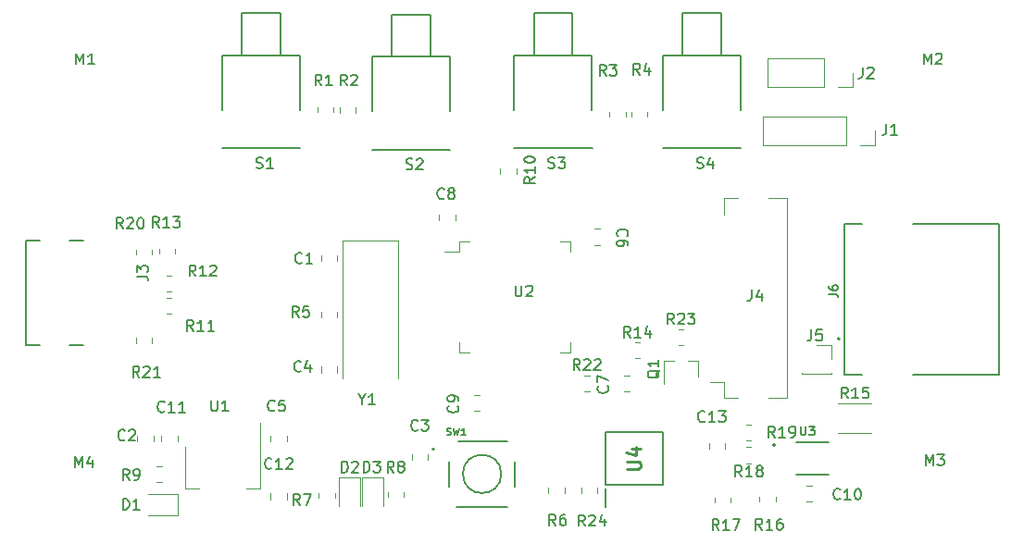
<source format=gbr>
%TF.GenerationSoftware,KiCad,Pcbnew,(5.1.10)-1*%
%TF.CreationDate,2022-05-21T22:50:28+08:00*%
%TF.ProjectId,stm32f103,73746d33-3266-4313-9033-2e6b69636164,rev?*%
%TF.SameCoordinates,Original*%
%TF.FileFunction,Legend,Top*%
%TF.FilePolarity,Positive*%
%FSLAX46Y46*%
G04 Gerber Fmt 4.6, Leading zero omitted, Abs format (unit mm)*
G04 Created by KiCad (PCBNEW (5.1.10)-1) date 2022-05-21 22:50:28*
%MOMM*%
%LPD*%
G01*
G04 APERTURE LIST*
%ADD10C,0.200000*%
%ADD11C,0.127000*%
%ADD12C,0.120000*%
%ADD13C,0.254000*%
%ADD14C,0.150000*%
G04 APERTURE END LIST*
D10*
%TO.C,U4*%
X166425000Y-117725000D02*
X166425000Y-116075000D01*
X171645000Y-115725000D02*
X166365000Y-115725000D01*
X171645000Y-110875000D02*
X171645000Y-115725000D01*
X166365000Y-110875000D02*
X171645000Y-110875000D01*
X166365000Y-115725000D02*
X166365000Y-110875000D01*
D11*
%TO.C,SW1*%
X152900000Y-111705000D02*
X157400000Y-111705000D01*
X158100000Y-113550000D02*
X158100000Y-115850000D01*
X157400000Y-117695000D02*
X152800000Y-117695000D01*
X152105000Y-113550000D02*
X152105000Y-115850000D01*
X156855000Y-114700000D02*
G75*
G03*
X156855000Y-114700000I-1755000J0D01*
G01*
D10*
X150755000Y-112450000D02*
G75*
G03*
X150755000Y-112450000I-100000J0D01*
G01*
D11*
%TO.C,S4*%
X178755000Y-76405000D02*
X178755000Y-81385000D01*
X171645000Y-81400000D02*
X171645000Y-76405000D01*
X173445000Y-72550000D02*
X173445000Y-76405000D01*
X176955000Y-72550000D02*
X173445000Y-72550000D01*
X176955000Y-76405000D02*
X176955000Y-72550000D01*
X176955000Y-76405000D02*
X178755000Y-76405000D01*
X173445000Y-76405000D02*
X176955000Y-76405000D01*
X171645000Y-76405000D02*
X173445000Y-76405000D01*
X178780000Y-84910000D02*
X171620000Y-84910000D01*
%TO.C,S3*%
X165155000Y-76405000D02*
X165155000Y-81385000D01*
X158045000Y-81400000D02*
X158045000Y-76405000D01*
X159845000Y-72550000D02*
X159845000Y-76405000D01*
X163355000Y-72550000D02*
X159845000Y-72550000D01*
X163355000Y-76405000D02*
X163355000Y-72550000D01*
X163355000Y-76405000D02*
X165155000Y-76405000D01*
X159845000Y-76405000D02*
X163355000Y-76405000D01*
X158045000Y-76405000D02*
X159845000Y-76405000D01*
X165180000Y-84910000D02*
X158020000Y-84910000D01*
%TO.C,S2*%
X152155000Y-76505000D02*
X152155000Y-81485000D01*
X145045000Y-81500000D02*
X145045000Y-76505000D01*
X146845000Y-72650000D02*
X146845000Y-76505000D01*
X150355000Y-72650000D02*
X146845000Y-72650000D01*
X150355000Y-76505000D02*
X150355000Y-72650000D01*
X150355000Y-76505000D02*
X152155000Y-76505000D01*
X146845000Y-76505000D02*
X150355000Y-76505000D01*
X145045000Y-76505000D02*
X146845000Y-76505000D01*
X152180000Y-85010000D02*
X145020000Y-85010000D01*
%TO.C,S1*%
X138455000Y-76405000D02*
X138455000Y-81385000D01*
X131345000Y-81400000D02*
X131345000Y-76405000D01*
X133145000Y-72550000D02*
X133145000Y-76405000D01*
X136655000Y-72550000D02*
X133145000Y-72550000D01*
X136655000Y-76405000D02*
X136655000Y-72550000D01*
X136655000Y-76405000D02*
X138455000Y-76405000D01*
X133145000Y-76405000D02*
X136655000Y-76405000D01*
X131345000Y-76405000D02*
X133145000Y-76405000D01*
X138480000Y-84910000D02*
X131320000Y-84910000D01*
%TO.C,U3*%
X183800000Y-114800000D02*
X186800000Y-114800000D01*
X183800000Y-111800000D02*
X186800000Y-111800000D01*
D10*
X181900000Y-112050000D02*
G75*
G03*
X181900000Y-112050000I-100000J0D01*
G01*
%TO.C,J3*%
X118600000Y-102910000D02*
X117350000Y-102910000D01*
X118600000Y-93330000D02*
X117350000Y-93330000D01*
X113350000Y-102910000D02*
X114630000Y-102910000D01*
X113350000Y-93330000D02*
X113350000Y-102910000D01*
X114630000Y-93330000D02*
X113350000Y-93330000D01*
%TO.C,J6*%
X194470000Y-91850000D02*
X202380000Y-91850000D01*
X188220000Y-91850000D02*
X189880000Y-91850000D01*
X194470000Y-105650000D02*
X202380000Y-105650000D01*
X188220000Y-105650000D02*
X189880000Y-105650000D01*
X202380000Y-105650000D02*
X202380000Y-91850000D01*
X188220000Y-91850000D02*
X188220000Y-105650000D01*
X187800000Y-102350000D02*
G75*
G03*
X187800000Y-102350000I-100000J0D01*
G01*
D12*
%TO.C,R15*%
X187672936Y-110960000D02*
X190727064Y-110960000D01*
X187672936Y-108240000D02*
X190727064Y-108240000D01*
%TO.C,Q1*%
X174880000Y-104340000D02*
X173950000Y-104340000D01*
X171720000Y-104340000D02*
X172650000Y-104340000D01*
X171720000Y-104340000D02*
X171720000Y-106500000D01*
X174880000Y-104340000D02*
X174880000Y-105800000D01*
%TO.C,J5*%
X184370000Y-105530000D02*
X187030000Y-105530000D01*
X184370000Y-105410000D02*
X184370000Y-105530000D01*
X187030000Y-105410000D02*
X187030000Y-105530000D01*
X187030000Y-102870000D02*
X187030000Y-104200000D01*
X185700000Y-102870000D02*
X187030000Y-102870000D01*
%TO.C,U2*%
X152990000Y-94340000D02*
X151650000Y-94340000D01*
X152990000Y-93390000D02*
X152990000Y-94340000D01*
X153940000Y-93390000D02*
X152990000Y-93390000D01*
X163210000Y-93390000D02*
X163210000Y-94340000D01*
X162260000Y-93390000D02*
X163210000Y-93390000D01*
X152990000Y-103610000D02*
X152990000Y-102660000D01*
X153940000Y-103610000D02*
X152990000Y-103610000D01*
X163210000Y-103610000D02*
X163210000Y-102660000D01*
X162260000Y-103610000D02*
X163210000Y-103610000D01*
%TO.C,J4*%
X177200000Y-106260000D02*
X176000000Y-106260000D01*
X183000000Y-89450000D02*
X181260000Y-89450000D01*
X183000000Y-107750000D02*
X183000000Y-89450000D01*
X181260000Y-107750000D02*
X183000000Y-107750000D01*
X177200000Y-89450000D02*
X178540000Y-89450000D01*
X177200000Y-90940000D02*
X177200000Y-89450000D01*
X177200000Y-107750000D02*
X178540000Y-107750000D01*
X177200000Y-106260000D02*
X177200000Y-107750000D01*
%TO.C,R11*%
X126714564Y-100035000D02*
X126260436Y-100035000D01*
X126714564Y-98565000D02*
X126260436Y-98565000D01*
%TO.C,R12*%
X126714564Y-98035000D02*
X126260436Y-98035000D01*
X126714564Y-96565000D02*
X126260436Y-96565000D01*
%TO.C,D3*%
X144140000Y-114977500D02*
X144140000Y-117662500D01*
X146060000Y-114977500D02*
X144140000Y-114977500D01*
X146060000Y-117662500D02*
X146060000Y-114977500D01*
%TO.C,C1*%
X141835000Y-95211252D02*
X141835000Y-94688748D01*
X140365000Y-95211252D02*
X140365000Y-94688748D01*
%TO.C,C2*%
X125035000Y-111188748D02*
X125035000Y-111711252D01*
X123565000Y-111188748D02*
X123565000Y-111711252D01*
%TO.C,C3*%
X150135000Y-112888748D02*
X150135000Y-113411252D01*
X148665000Y-112888748D02*
X148665000Y-113411252D01*
%TO.C,C4*%
X141835000Y-104888748D02*
X141835000Y-105411252D01*
X140365000Y-104888748D02*
X140365000Y-105411252D01*
%TO.C,C5*%
X137235000Y-111711252D02*
X137235000Y-111188748D01*
X135765000Y-111711252D02*
X135765000Y-111188748D01*
%TO.C,C6*%
X165388748Y-92265000D02*
X165911252Y-92265000D01*
X165388748Y-93735000D02*
X165911252Y-93735000D01*
%TO.C,C7*%
X168611252Y-105665000D02*
X168088748Y-105665000D01*
X168611252Y-107135000D02*
X168088748Y-107135000D01*
%TO.C,C8*%
X151165000Y-91511252D02*
X151165000Y-90988748D01*
X152635000Y-91511252D02*
X152635000Y-90988748D01*
%TO.C,C9*%
X154911252Y-107465000D02*
X154388748Y-107465000D01*
X154911252Y-108935000D02*
X154388748Y-108935000D01*
%TO.C,C10*%
X185311252Y-115765000D02*
X184788748Y-115765000D01*
X185311252Y-117235000D02*
X184788748Y-117235000D01*
%TO.C,C11*%
X125765000Y-111188748D02*
X125765000Y-111711252D01*
X127235000Y-111188748D02*
X127235000Y-111711252D01*
%TO.C,C12*%
X135765000Y-117011252D02*
X135765000Y-116488748D01*
X137235000Y-117011252D02*
X137235000Y-116488748D01*
%TO.C,C13*%
X175865000Y-112411252D02*
X175865000Y-111888748D01*
X177335000Y-112411252D02*
X177335000Y-111888748D01*
%TO.C,D1*%
X124562500Y-118460000D02*
X127247500Y-118460000D01*
X127247500Y-118460000D02*
X127247500Y-116540000D01*
X127247500Y-116540000D02*
X124562500Y-116540000D01*
%TO.C,D2*%
X143960000Y-117662500D02*
X143960000Y-114977500D01*
X143960000Y-114977500D02*
X142040000Y-114977500D01*
X142040000Y-114977500D02*
X142040000Y-117662500D01*
%TO.C,J1*%
X188430000Y-81970000D02*
X188430000Y-84630000D01*
X188430000Y-81970000D02*
X180750000Y-81970000D01*
X180750000Y-81970000D02*
X180750000Y-84630000D01*
X188430000Y-84630000D02*
X180750000Y-84630000D01*
X191030000Y-84630000D02*
X189700000Y-84630000D01*
X191030000Y-83300000D02*
X191030000Y-84630000D01*
%TO.C,J2*%
X186370000Y-76670000D02*
X186370000Y-79330000D01*
X186370000Y-76670000D02*
X181230000Y-76670000D01*
X181230000Y-76670000D02*
X181230000Y-79330000D01*
X186370000Y-79330000D02*
X181230000Y-79330000D01*
X188970000Y-79330000D02*
X187640000Y-79330000D01*
X188970000Y-78000000D02*
X188970000Y-79330000D01*
%TO.C,R1*%
X141535000Y-81160436D02*
X141535000Y-81614564D01*
X140065000Y-81160436D02*
X140065000Y-81614564D01*
%TO.C,R2*%
X142065000Y-81185436D02*
X142065000Y-81639564D01*
X143535000Y-81185436D02*
X143535000Y-81639564D01*
%TO.C,R3*%
X168235000Y-81560436D02*
X168235000Y-82014564D01*
X166765000Y-81560436D02*
X166765000Y-82014564D01*
%TO.C,R4*%
X168765000Y-81560436D02*
X168765000Y-82014564D01*
X170235000Y-81560436D02*
X170235000Y-82014564D01*
%TO.C,R5*%
X140365000Y-100339564D02*
X140365000Y-99885436D01*
X141835000Y-100339564D02*
X141835000Y-99885436D01*
%TO.C,R6*%
X161165000Y-116439564D02*
X161165000Y-115985436D01*
X162635000Y-116439564D02*
X162635000Y-115985436D01*
%TO.C,R7*%
X140165000Y-116914564D02*
X140165000Y-116460436D01*
X141635000Y-116914564D02*
X141635000Y-116460436D01*
%TO.C,R8*%
X147935000Y-116827064D02*
X147935000Y-116372936D01*
X146465000Y-116827064D02*
X146465000Y-116372936D01*
%TO.C,R9*%
X125814564Y-113965000D02*
X125360436Y-113965000D01*
X125814564Y-115435000D02*
X125360436Y-115435000D01*
%TO.C,R10*%
X158235000Y-87214564D02*
X158235000Y-86760436D01*
X156765000Y-87214564D02*
X156765000Y-86760436D01*
%TO.C,R13*%
X125565000Y-94085436D02*
X125565000Y-94539564D01*
X127035000Y-94085436D02*
X127035000Y-94539564D01*
%TO.C,R16*%
X181935000Y-117214564D02*
X181935000Y-116760436D01*
X180465000Y-117214564D02*
X180465000Y-116760436D01*
%TO.C,R17*%
X176365000Y-117314564D02*
X176365000Y-116860436D01*
X177835000Y-117314564D02*
X177835000Y-116860436D01*
%TO.C,R18*%
X179260436Y-113735000D02*
X179714564Y-113735000D01*
X179260436Y-112265000D02*
X179714564Y-112265000D01*
%TO.C,R19*%
X179260436Y-110165000D02*
X179714564Y-110165000D01*
X179260436Y-111635000D02*
X179714564Y-111635000D01*
%TO.C,R20*%
X124935000Y-94614564D02*
X124935000Y-94160436D01*
X123465000Y-94614564D02*
X123465000Y-94160436D01*
%TO.C,R21*%
X123465000Y-102714564D02*
X123465000Y-102260436D01*
X124935000Y-102714564D02*
X124935000Y-102260436D01*
%TO.C,R24*%
X164165000Y-115985436D02*
X164165000Y-116439564D01*
X165635000Y-115985436D02*
X165635000Y-116439564D01*
%TO.C,U1*%
X127990000Y-116010000D02*
X129250000Y-116010000D01*
X134810000Y-116010000D02*
X133550000Y-116010000D01*
X127990000Y-112250000D02*
X127990000Y-116010000D01*
X134810000Y-110000000D02*
X134810000Y-116010000D01*
%TO.C,Y1*%
X147450000Y-105950000D02*
X147450000Y-93350000D01*
X147450000Y-93350000D02*
X142350000Y-93350000D01*
X142350000Y-93350000D02*
X142350000Y-105950000D01*
%TO.C,R14*%
X169085436Y-104135000D02*
X169539564Y-104135000D01*
X169085436Y-102665000D02*
X169539564Y-102665000D01*
%TO.C,R22*%
X164460436Y-105665000D02*
X164914564Y-105665000D01*
X164460436Y-107135000D02*
X164914564Y-107135000D01*
%TO.C,R23*%
X173060436Y-101465000D02*
X173514564Y-101465000D01*
X173060436Y-102935000D02*
X173514564Y-102935000D01*
%TO.C,U4*%
D13*
X168309523Y-114267619D02*
X169337619Y-114267619D01*
X169458571Y-114207142D01*
X169519047Y-114146666D01*
X169579523Y-114025714D01*
X169579523Y-113783809D01*
X169519047Y-113662857D01*
X169458571Y-113602380D01*
X169337619Y-113541904D01*
X168309523Y-113541904D01*
X168732857Y-112392857D02*
X169579523Y-112392857D01*
X168249047Y-112695238D02*
X169156190Y-112997619D01*
X169156190Y-112211428D01*
%TO.C,SW1*%
D14*
X151896442Y-111110862D02*
X151986534Y-111140892D01*
X152136687Y-111140892D01*
X152196748Y-111110862D01*
X152226779Y-111080831D01*
X152256810Y-111020770D01*
X152256810Y-110960709D01*
X152226779Y-110900647D01*
X152196748Y-110870617D01*
X152136687Y-110840586D01*
X152016565Y-110810556D01*
X151956503Y-110780525D01*
X151926473Y-110750494D01*
X151896442Y-110690433D01*
X151896442Y-110630372D01*
X151926473Y-110570311D01*
X151956503Y-110540280D01*
X152016565Y-110510249D01*
X152166718Y-110510249D01*
X152256810Y-110540280D01*
X152467024Y-110510249D02*
X152617177Y-111140892D01*
X152737300Y-110690433D01*
X152857422Y-111140892D01*
X153007575Y-110510249D01*
X153578157Y-111140892D02*
X153217789Y-111140892D01*
X153397973Y-111140892D02*
X153397973Y-110510249D01*
X153337912Y-110600341D01*
X153277851Y-110660402D01*
X153217789Y-110690433D01*
%TO.C,S4*%
X174762360Y-86694562D02*
X174905459Y-86742261D01*
X175143957Y-86742261D01*
X175239357Y-86694562D01*
X175287056Y-86646862D01*
X175334756Y-86551463D01*
X175334756Y-86456063D01*
X175287056Y-86360664D01*
X175239357Y-86312964D01*
X175143957Y-86265265D01*
X174953159Y-86217565D01*
X174857759Y-86169865D01*
X174810060Y-86122166D01*
X174762360Y-86026766D01*
X174762360Y-85931367D01*
X174810060Y-85835968D01*
X174857759Y-85788268D01*
X174953159Y-85740568D01*
X175191657Y-85740568D01*
X175334756Y-85788268D01*
X176193350Y-86074466D02*
X176193350Y-86742261D01*
X175954852Y-85692869D02*
X175716353Y-86408364D01*
X176336449Y-86408364D01*
%TO.C,S3*%
X161162360Y-86694562D02*
X161305459Y-86742261D01*
X161543957Y-86742261D01*
X161639357Y-86694562D01*
X161687056Y-86646862D01*
X161734756Y-86551463D01*
X161734756Y-86456063D01*
X161687056Y-86360664D01*
X161639357Y-86312964D01*
X161543957Y-86265265D01*
X161353159Y-86217565D01*
X161257759Y-86169865D01*
X161210060Y-86122166D01*
X161162360Y-86026766D01*
X161162360Y-85931367D01*
X161210060Y-85835968D01*
X161257759Y-85788268D01*
X161353159Y-85740568D01*
X161591657Y-85740568D01*
X161734756Y-85788268D01*
X162068654Y-85740568D02*
X162688749Y-85740568D01*
X162354852Y-86122166D01*
X162497951Y-86122166D01*
X162593350Y-86169865D01*
X162641050Y-86217565D01*
X162688749Y-86312964D01*
X162688749Y-86551463D01*
X162641050Y-86646862D01*
X162593350Y-86694562D01*
X162497951Y-86742261D01*
X162211753Y-86742261D01*
X162116353Y-86694562D01*
X162068654Y-86646862D01*
%TO.C,S2*%
X148162360Y-86794562D02*
X148305459Y-86842261D01*
X148543957Y-86842261D01*
X148639357Y-86794562D01*
X148687056Y-86746862D01*
X148734756Y-86651463D01*
X148734756Y-86556063D01*
X148687056Y-86460664D01*
X148639357Y-86412964D01*
X148543957Y-86365265D01*
X148353159Y-86317565D01*
X148257759Y-86269865D01*
X148210060Y-86222166D01*
X148162360Y-86126766D01*
X148162360Y-86031367D01*
X148210060Y-85935968D01*
X148257759Y-85888268D01*
X148353159Y-85840568D01*
X148591657Y-85840568D01*
X148734756Y-85888268D01*
X149116353Y-85935968D02*
X149164053Y-85888268D01*
X149259452Y-85840568D01*
X149497951Y-85840568D01*
X149593350Y-85888268D01*
X149641050Y-85935968D01*
X149688749Y-86031367D01*
X149688749Y-86126766D01*
X149641050Y-86269865D01*
X149068654Y-86842261D01*
X149688749Y-86842261D01*
%TO.C,S1*%
X134462360Y-86694562D02*
X134605459Y-86742261D01*
X134843957Y-86742261D01*
X134939357Y-86694562D01*
X134987056Y-86646862D01*
X135034756Y-86551463D01*
X135034756Y-86456063D01*
X134987056Y-86360664D01*
X134939357Y-86312964D01*
X134843957Y-86265265D01*
X134653159Y-86217565D01*
X134557759Y-86169865D01*
X134510060Y-86122166D01*
X134462360Y-86026766D01*
X134462360Y-85931367D01*
X134510060Y-85835968D01*
X134557759Y-85788268D01*
X134653159Y-85740568D01*
X134891657Y-85740568D01*
X135034756Y-85788268D01*
X135988749Y-86742261D02*
X135416353Y-86742261D01*
X135702551Y-86742261D02*
X135702551Y-85740568D01*
X135607152Y-85883667D01*
X135511753Y-85979067D01*
X135416353Y-86026766D01*
%TO.C,U3*%
X184230476Y-110353904D02*
X184230476Y-111001523D01*
X184268571Y-111077714D01*
X184306666Y-111115809D01*
X184382857Y-111153904D01*
X184535238Y-111153904D01*
X184611428Y-111115809D01*
X184649523Y-111077714D01*
X184687619Y-111001523D01*
X184687619Y-110353904D01*
X184992380Y-110353904D02*
X185487619Y-110353904D01*
X185220952Y-110658666D01*
X185335238Y-110658666D01*
X185411428Y-110696761D01*
X185449523Y-110734857D01*
X185487619Y-110811047D01*
X185487619Y-111001523D01*
X185449523Y-111077714D01*
X185411428Y-111115809D01*
X185335238Y-111153904D01*
X185106666Y-111153904D01*
X185030476Y-111115809D01*
X184992380Y-111077714D01*
%TO.C,J3*%
X123537380Y-96628333D02*
X124251666Y-96628333D01*
X124394523Y-96675952D01*
X124489761Y-96771190D01*
X124537380Y-96914047D01*
X124537380Y-97009285D01*
X123537380Y-96247380D02*
X123537380Y-95628333D01*
X123918333Y-95961666D01*
X123918333Y-95818809D01*
X123965952Y-95723571D01*
X124013571Y-95675952D01*
X124108809Y-95628333D01*
X124346904Y-95628333D01*
X124442142Y-95675952D01*
X124489761Y-95723571D01*
X124537380Y-95818809D01*
X124537380Y-96104523D01*
X124489761Y-96199761D01*
X124442142Y-96247380D01*
%TO.C,J6*%
X186811904Y-98216666D02*
X187383333Y-98216666D01*
X187497619Y-98254761D01*
X187573809Y-98330952D01*
X187611904Y-98445238D01*
X187611904Y-98521428D01*
X186811904Y-97492857D02*
X186811904Y-97645238D01*
X186850000Y-97721428D01*
X186888095Y-97759523D01*
X187002380Y-97835714D01*
X187154761Y-97873809D01*
X187459523Y-97873809D01*
X187535714Y-97835714D01*
X187573809Y-97797619D01*
X187611904Y-97721428D01*
X187611904Y-97569047D01*
X187573809Y-97492857D01*
X187535714Y-97454761D01*
X187459523Y-97416666D01*
X187269047Y-97416666D01*
X187192857Y-97454761D01*
X187154761Y-97492857D01*
X187116666Y-97569047D01*
X187116666Y-97721428D01*
X187154761Y-97797619D01*
X187192857Y-97835714D01*
X187269047Y-97873809D01*
%TO.C,M3*%
X195690476Y-113912380D02*
X195690476Y-112912380D01*
X196023809Y-113626666D01*
X196357142Y-112912380D01*
X196357142Y-113912380D01*
X196738095Y-112912380D02*
X197357142Y-112912380D01*
X197023809Y-113293333D01*
X197166666Y-113293333D01*
X197261904Y-113340952D01*
X197309523Y-113388571D01*
X197357142Y-113483809D01*
X197357142Y-113721904D01*
X197309523Y-113817142D01*
X197261904Y-113864761D01*
X197166666Y-113912380D01*
X196880952Y-113912380D01*
X196785714Y-113864761D01*
X196738095Y-113817142D01*
%TO.C,M4*%
X117890476Y-114112380D02*
X117890476Y-113112380D01*
X118223809Y-113826666D01*
X118557142Y-113112380D01*
X118557142Y-114112380D01*
X119461904Y-113445714D02*
X119461904Y-114112380D01*
X119223809Y-113064761D02*
X118985714Y-113779047D01*
X119604761Y-113779047D01*
%TO.C,M2*%
X195490476Y-77212380D02*
X195490476Y-76212380D01*
X195823809Y-76926666D01*
X196157142Y-76212380D01*
X196157142Y-77212380D01*
X196585714Y-76307619D02*
X196633333Y-76260000D01*
X196728571Y-76212380D01*
X196966666Y-76212380D01*
X197061904Y-76260000D01*
X197109523Y-76307619D01*
X197157142Y-76402857D01*
X197157142Y-76498095D01*
X197109523Y-76640952D01*
X196538095Y-77212380D01*
X197157142Y-77212380D01*
%TO.C,M1*%
X117990476Y-77212380D02*
X117990476Y-76212380D01*
X118323809Y-76926666D01*
X118657142Y-76212380D01*
X118657142Y-77212380D01*
X119657142Y-77212380D02*
X119085714Y-77212380D01*
X119371428Y-77212380D02*
X119371428Y-76212380D01*
X119276190Y-76355238D01*
X119180952Y-76450476D01*
X119085714Y-76498095D01*
%TO.C,R15*%
X188557142Y-107772380D02*
X188223809Y-107296190D01*
X187985714Y-107772380D02*
X187985714Y-106772380D01*
X188366666Y-106772380D01*
X188461904Y-106820000D01*
X188509523Y-106867619D01*
X188557142Y-106962857D01*
X188557142Y-107105714D01*
X188509523Y-107200952D01*
X188461904Y-107248571D01*
X188366666Y-107296190D01*
X187985714Y-107296190D01*
X189509523Y-107772380D02*
X188938095Y-107772380D01*
X189223809Y-107772380D02*
X189223809Y-106772380D01*
X189128571Y-106915238D01*
X189033333Y-107010476D01*
X188938095Y-107058095D01*
X190414285Y-106772380D02*
X189938095Y-106772380D01*
X189890476Y-107248571D01*
X189938095Y-107200952D01*
X190033333Y-107153333D01*
X190271428Y-107153333D01*
X190366666Y-107200952D01*
X190414285Y-107248571D01*
X190461904Y-107343809D01*
X190461904Y-107581904D01*
X190414285Y-107677142D01*
X190366666Y-107724761D01*
X190271428Y-107772380D01*
X190033333Y-107772380D01*
X189938095Y-107724761D01*
X189890476Y-107677142D01*
%TO.C,Q1*%
X171347619Y-105195238D02*
X171300000Y-105290476D01*
X171204761Y-105385714D01*
X171061904Y-105528571D01*
X171014285Y-105623809D01*
X171014285Y-105719047D01*
X171252380Y-105671428D02*
X171204761Y-105766666D01*
X171109523Y-105861904D01*
X170919047Y-105909523D01*
X170585714Y-105909523D01*
X170395238Y-105861904D01*
X170300000Y-105766666D01*
X170252380Y-105671428D01*
X170252380Y-105480952D01*
X170300000Y-105385714D01*
X170395238Y-105290476D01*
X170585714Y-105242857D01*
X170919047Y-105242857D01*
X171109523Y-105290476D01*
X171204761Y-105385714D01*
X171252380Y-105480952D01*
X171252380Y-105671428D01*
X171252380Y-104290476D02*
X171252380Y-104861904D01*
X171252380Y-104576190D02*
X170252380Y-104576190D01*
X170395238Y-104671428D01*
X170490476Y-104766666D01*
X170538095Y-104861904D01*
%TO.C,J5*%
X185216666Y-101502380D02*
X185216666Y-102216666D01*
X185169047Y-102359523D01*
X185073809Y-102454761D01*
X184930952Y-102502380D01*
X184835714Y-102502380D01*
X186169047Y-101502380D02*
X185692857Y-101502380D01*
X185645238Y-101978571D01*
X185692857Y-101930952D01*
X185788095Y-101883333D01*
X186026190Y-101883333D01*
X186121428Y-101930952D01*
X186169047Y-101978571D01*
X186216666Y-102073809D01*
X186216666Y-102311904D01*
X186169047Y-102407142D01*
X186121428Y-102454761D01*
X186026190Y-102502380D01*
X185788095Y-102502380D01*
X185692857Y-102454761D01*
X185645238Y-102407142D01*
%TO.C,U2*%
X158138095Y-97452380D02*
X158138095Y-98261904D01*
X158185714Y-98357142D01*
X158233333Y-98404761D01*
X158328571Y-98452380D01*
X158519047Y-98452380D01*
X158614285Y-98404761D01*
X158661904Y-98357142D01*
X158709523Y-98261904D01*
X158709523Y-97452380D01*
X159138095Y-97547619D02*
X159185714Y-97500000D01*
X159280952Y-97452380D01*
X159519047Y-97452380D01*
X159614285Y-97500000D01*
X159661904Y-97547619D01*
X159709523Y-97642857D01*
X159709523Y-97738095D01*
X159661904Y-97880952D01*
X159090476Y-98452380D01*
X159709523Y-98452380D01*
%TO.C,J4*%
X179766666Y-97852380D02*
X179766666Y-98566666D01*
X179719047Y-98709523D01*
X179623809Y-98804761D01*
X179480952Y-98852380D01*
X179385714Y-98852380D01*
X180671428Y-98185714D02*
X180671428Y-98852380D01*
X180433333Y-97804761D02*
X180195238Y-98519047D01*
X180814285Y-98519047D01*
%TO.C,R11*%
X128707142Y-101602380D02*
X128373809Y-101126190D01*
X128135714Y-101602380D02*
X128135714Y-100602380D01*
X128516666Y-100602380D01*
X128611904Y-100650000D01*
X128659523Y-100697619D01*
X128707142Y-100792857D01*
X128707142Y-100935714D01*
X128659523Y-101030952D01*
X128611904Y-101078571D01*
X128516666Y-101126190D01*
X128135714Y-101126190D01*
X129659523Y-101602380D02*
X129088095Y-101602380D01*
X129373809Y-101602380D02*
X129373809Y-100602380D01*
X129278571Y-100745238D01*
X129183333Y-100840476D01*
X129088095Y-100888095D01*
X130611904Y-101602380D02*
X130040476Y-101602380D01*
X130326190Y-101602380D02*
X130326190Y-100602380D01*
X130230952Y-100745238D01*
X130135714Y-100840476D01*
X130040476Y-100888095D01*
%TO.C,R12*%
X128907142Y-96602380D02*
X128573809Y-96126190D01*
X128335714Y-96602380D02*
X128335714Y-95602380D01*
X128716666Y-95602380D01*
X128811904Y-95650000D01*
X128859523Y-95697619D01*
X128907142Y-95792857D01*
X128907142Y-95935714D01*
X128859523Y-96030952D01*
X128811904Y-96078571D01*
X128716666Y-96126190D01*
X128335714Y-96126190D01*
X129859523Y-96602380D02*
X129288095Y-96602380D01*
X129573809Y-96602380D02*
X129573809Y-95602380D01*
X129478571Y-95745238D01*
X129383333Y-95840476D01*
X129288095Y-95888095D01*
X130240476Y-95697619D02*
X130288095Y-95650000D01*
X130383333Y-95602380D01*
X130621428Y-95602380D01*
X130716666Y-95650000D01*
X130764285Y-95697619D01*
X130811904Y-95792857D01*
X130811904Y-95888095D01*
X130764285Y-96030952D01*
X130192857Y-96602380D01*
X130811904Y-96602380D01*
%TO.C,D3*%
X144261904Y-114552380D02*
X144261904Y-113552380D01*
X144500000Y-113552380D01*
X144642857Y-113600000D01*
X144738095Y-113695238D01*
X144785714Y-113790476D01*
X144833333Y-113980952D01*
X144833333Y-114123809D01*
X144785714Y-114314285D01*
X144738095Y-114409523D01*
X144642857Y-114504761D01*
X144500000Y-114552380D01*
X144261904Y-114552380D01*
X145166666Y-113552380D02*
X145785714Y-113552380D01*
X145452380Y-113933333D01*
X145595238Y-113933333D01*
X145690476Y-113980952D01*
X145738095Y-114028571D01*
X145785714Y-114123809D01*
X145785714Y-114361904D01*
X145738095Y-114457142D01*
X145690476Y-114504761D01*
X145595238Y-114552380D01*
X145309523Y-114552380D01*
X145214285Y-114504761D01*
X145166666Y-114457142D01*
%TO.C,C1*%
X138633333Y-95357142D02*
X138585714Y-95404761D01*
X138442857Y-95452380D01*
X138347619Y-95452380D01*
X138204761Y-95404761D01*
X138109523Y-95309523D01*
X138061904Y-95214285D01*
X138014285Y-95023809D01*
X138014285Y-94880952D01*
X138061904Y-94690476D01*
X138109523Y-94595238D01*
X138204761Y-94500000D01*
X138347619Y-94452380D01*
X138442857Y-94452380D01*
X138585714Y-94500000D01*
X138633333Y-94547619D01*
X139585714Y-95452380D02*
X139014285Y-95452380D01*
X139300000Y-95452380D02*
X139300000Y-94452380D01*
X139204761Y-94595238D01*
X139109523Y-94690476D01*
X139014285Y-94738095D01*
%TO.C,C2*%
X122433333Y-111557142D02*
X122385714Y-111604761D01*
X122242857Y-111652380D01*
X122147619Y-111652380D01*
X122004761Y-111604761D01*
X121909523Y-111509523D01*
X121861904Y-111414285D01*
X121814285Y-111223809D01*
X121814285Y-111080952D01*
X121861904Y-110890476D01*
X121909523Y-110795238D01*
X122004761Y-110700000D01*
X122147619Y-110652380D01*
X122242857Y-110652380D01*
X122385714Y-110700000D01*
X122433333Y-110747619D01*
X122814285Y-110747619D02*
X122861904Y-110700000D01*
X122957142Y-110652380D01*
X123195238Y-110652380D01*
X123290476Y-110700000D01*
X123338095Y-110747619D01*
X123385714Y-110842857D01*
X123385714Y-110938095D01*
X123338095Y-111080952D01*
X122766666Y-111652380D01*
X123385714Y-111652380D01*
%TO.C,C3*%
X149233333Y-110657142D02*
X149185714Y-110704761D01*
X149042857Y-110752380D01*
X148947619Y-110752380D01*
X148804761Y-110704761D01*
X148709523Y-110609523D01*
X148661904Y-110514285D01*
X148614285Y-110323809D01*
X148614285Y-110180952D01*
X148661904Y-109990476D01*
X148709523Y-109895238D01*
X148804761Y-109800000D01*
X148947619Y-109752380D01*
X149042857Y-109752380D01*
X149185714Y-109800000D01*
X149233333Y-109847619D01*
X149566666Y-109752380D02*
X150185714Y-109752380D01*
X149852380Y-110133333D01*
X149995238Y-110133333D01*
X150090476Y-110180952D01*
X150138095Y-110228571D01*
X150185714Y-110323809D01*
X150185714Y-110561904D01*
X150138095Y-110657142D01*
X150090476Y-110704761D01*
X149995238Y-110752380D01*
X149709523Y-110752380D01*
X149614285Y-110704761D01*
X149566666Y-110657142D01*
%TO.C,C4*%
X138533333Y-105257142D02*
X138485714Y-105304761D01*
X138342857Y-105352380D01*
X138247619Y-105352380D01*
X138104761Y-105304761D01*
X138009523Y-105209523D01*
X137961904Y-105114285D01*
X137914285Y-104923809D01*
X137914285Y-104780952D01*
X137961904Y-104590476D01*
X138009523Y-104495238D01*
X138104761Y-104400000D01*
X138247619Y-104352380D01*
X138342857Y-104352380D01*
X138485714Y-104400000D01*
X138533333Y-104447619D01*
X139390476Y-104685714D02*
X139390476Y-105352380D01*
X139152380Y-104304761D02*
X138914285Y-105019047D01*
X139533333Y-105019047D01*
%TO.C,C5*%
X136133333Y-108857142D02*
X136085714Y-108904761D01*
X135942857Y-108952380D01*
X135847619Y-108952380D01*
X135704761Y-108904761D01*
X135609523Y-108809523D01*
X135561904Y-108714285D01*
X135514285Y-108523809D01*
X135514285Y-108380952D01*
X135561904Y-108190476D01*
X135609523Y-108095238D01*
X135704761Y-108000000D01*
X135847619Y-107952380D01*
X135942857Y-107952380D01*
X136085714Y-108000000D01*
X136133333Y-108047619D01*
X137038095Y-107952380D02*
X136561904Y-107952380D01*
X136514285Y-108428571D01*
X136561904Y-108380952D01*
X136657142Y-108333333D01*
X136895238Y-108333333D01*
X136990476Y-108380952D01*
X137038095Y-108428571D01*
X137085714Y-108523809D01*
X137085714Y-108761904D01*
X137038095Y-108857142D01*
X136990476Y-108904761D01*
X136895238Y-108952380D01*
X136657142Y-108952380D01*
X136561904Y-108904761D01*
X136514285Y-108857142D01*
%TO.C,C6*%
X167542857Y-92933333D02*
X167495238Y-92885714D01*
X167447619Y-92742857D01*
X167447619Y-92647619D01*
X167495238Y-92504761D01*
X167590476Y-92409523D01*
X167685714Y-92361904D01*
X167876190Y-92314285D01*
X168019047Y-92314285D01*
X168209523Y-92361904D01*
X168304761Y-92409523D01*
X168400000Y-92504761D01*
X168447619Y-92647619D01*
X168447619Y-92742857D01*
X168400000Y-92885714D01*
X168352380Y-92933333D01*
X168447619Y-93790476D02*
X168447619Y-93600000D01*
X168400000Y-93504761D01*
X168352380Y-93457142D01*
X168209523Y-93361904D01*
X168019047Y-93314285D01*
X167638095Y-93314285D01*
X167542857Y-93361904D01*
X167495238Y-93409523D01*
X167447619Y-93504761D01*
X167447619Y-93695238D01*
X167495238Y-93790476D01*
X167542857Y-93838095D01*
X167638095Y-93885714D01*
X167876190Y-93885714D01*
X167971428Y-93838095D01*
X168019047Y-93790476D01*
X168066666Y-93695238D01*
X168066666Y-93504761D01*
X168019047Y-93409523D01*
X167971428Y-93361904D01*
X167876190Y-93314285D01*
%TO.C,C7*%
X166557142Y-106666666D02*
X166604761Y-106714285D01*
X166652380Y-106857142D01*
X166652380Y-106952380D01*
X166604761Y-107095238D01*
X166509523Y-107190476D01*
X166414285Y-107238095D01*
X166223809Y-107285714D01*
X166080952Y-107285714D01*
X165890476Y-107238095D01*
X165795238Y-107190476D01*
X165700000Y-107095238D01*
X165652380Y-106952380D01*
X165652380Y-106857142D01*
X165700000Y-106714285D01*
X165747619Y-106666666D01*
X165652380Y-106333333D02*
X165652380Y-105666666D01*
X166652380Y-106095238D01*
%TO.C,C8*%
X151633333Y-89457142D02*
X151585714Y-89504761D01*
X151442857Y-89552380D01*
X151347619Y-89552380D01*
X151204761Y-89504761D01*
X151109523Y-89409523D01*
X151061904Y-89314285D01*
X151014285Y-89123809D01*
X151014285Y-88980952D01*
X151061904Y-88790476D01*
X151109523Y-88695238D01*
X151204761Y-88600000D01*
X151347619Y-88552380D01*
X151442857Y-88552380D01*
X151585714Y-88600000D01*
X151633333Y-88647619D01*
X152204761Y-88980952D02*
X152109523Y-88933333D01*
X152061904Y-88885714D01*
X152014285Y-88790476D01*
X152014285Y-88742857D01*
X152061904Y-88647619D01*
X152109523Y-88600000D01*
X152204761Y-88552380D01*
X152395238Y-88552380D01*
X152490476Y-88600000D01*
X152538095Y-88647619D01*
X152585714Y-88742857D01*
X152585714Y-88790476D01*
X152538095Y-88885714D01*
X152490476Y-88933333D01*
X152395238Y-88980952D01*
X152204761Y-88980952D01*
X152109523Y-89028571D01*
X152061904Y-89076190D01*
X152014285Y-89171428D01*
X152014285Y-89361904D01*
X152061904Y-89457142D01*
X152109523Y-89504761D01*
X152204761Y-89552380D01*
X152395238Y-89552380D01*
X152490476Y-89504761D01*
X152538095Y-89457142D01*
X152585714Y-89361904D01*
X152585714Y-89171428D01*
X152538095Y-89076190D01*
X152490476Y-89028571D01*
X152395238Y-88980952D01*
%TO.C,C9*%
X152857142Y-108466666D02*
X152904761Y-108514285D01*
X152952380Y-108657142D01*
X152952380Y-108752380D01*
X152904761Y-108895238D01*
X152809523Y-108990476D01*
X152714285Y-109038095D01*
X152523809Y-109085714D01*
X152380952Y-109085714D01*
X152190476Y-109038095D01*
X152095238Y-108990476D01*
X152000000Y-108895238D01*
X151952380Y-108752380D01*
X151952380Y-108657142D01*
X152000000Y-108514285D01*
X152047619Y-108466666D01*
X152952380Y-107990476D02*
X152952380Y-107800000D01*
X152904761Y-107704761D01*
X152857142Y-107657142D01*
X152714285Y-107561904D01*
X152523809Y-107514285D01*
X152142857Y-107514285D01*
X152047619Y-107561904D01*
X152000000Y-107609523D01*
X151952380Y-107704761D01*
X151952380Y-107895238D01*
X152000000Y-107990476D01*
X152047619Y-108038095D01*
X152142857Y-108085714D01*
X152380952Y-108085714D01*
X152476190Y-108038095D01*
X152523809Y-107990476D01*
X152571428Y-107895238D01*
X152571428Y-107704761D01*
X152523809Y-107609523D01*
X152476190Y-107561904D01*
X152380952Y-107514285D01*
%TO.C,C10*%
X187857142Y-116957142D02*
X187809523Y-117004761D01*
X187666666Y-117052380D01*
X187571428Y-117052380D01*
X187428571Y-117004761D01*
X187333333Y-116909523D01*
X187285714Y-116814285D01*
X187238095Y-116623809D01*
X187238095Y-116480952D01*
X187285714Y-116290476D01*
X187333333Y-116195238D01*
X187428571Y-116100000D01*
X187571428Y-116052380D01*
X187666666Y-116052380D01*
X187809523Y-116100000D01*
X187857142Y-116147619D01*
X188809523Y-117052380D02*
X188238095Y-117052380D01*
X188523809Y-117052380D02*
X188523809Y-116052380D01*
X188428571Y-116195238D01*
X188333333Y-116290476D01*
X188238095Y-116338095D01*
X189428571Y-116052380D02*
X189523809Y-116052380D01*
X189619047Y-116100000D01*
X189666666Y-116147619D01*
X189714285Y-116242857D01*
X189761904Y-116433333D01*
X189761904Y-116671428D01*
X189714285Y-116861904D01*
X189666666Y-116957142D01*
X189619047Y-117004761D01*
X189523809Y-117052380D01*
X189428571Y-117052380D01*
X189333333Y-117004761D01*
X189285714Y-116957142D01*
X189238095Y-116861904D01*
X189190476Y-116671428D01*
X189190476Y-116433333D01*
X189238095Y-116242857D01*
X189285714Y-116147619D01*
X189333333Y-116100000D01*
X189428571Y-116052380D01*
%TO.C,C11*%
X126057142Y-108957142D02*
X126009523Y-109004761D01*
X125866666Y-109052380D01*
X125771428Y-109052380D01*
X125628571Y-109004761D01*
X125533333Y-108909523D01*
X125485714Y-108814285D01*
X125438095Y-108623809D01*
X125438095Y-108480952D01*
X125485714Y-108290476D01*
X125533333Y-108195238D01*
X125628571Y-108100000D01*
X125771428Y-108052380D01*
X125866666Y-108052380D01*
X126009523Y-108100000D01*
X126057142Y-108147619D01*
X127009523Y-109052380D02*
X126438095Y-109052380D01*
X126723809Y-109052380D02*
X126723809Y-108052380D01*
X126628571Y-108195238D01*
X126533333Y-108290476D01*
X126438095Y-108338095D01*
X127961904Y-109052380D02*
X127390476Y-109052380D01*
X127676190Y-109052380D02*
X127676190Y-108052380D01*
X127580952Y-108195238D01*
X127485714Y-108290476D01*
X127390476Y-108338095D01*
%TO.C,C12*%
X135857142Y-114157142D02*
X135809523Y-114204761D01*
X135666666Y-114252380D01*
X135571428Y-114252380D01*
X135428571Y-114204761D01*
X135333333Y-114109523D01*
X135285714Y-114014285D01*
X135238095Y-113823809D01*
X135238095Y-113680952D01*
X135285714Y-113490476D01*
X135333333Y-113395238D01*
X135428571Y-113300000D01*
X135571428Y-113252380D01*
X135666666Y-113252380D01*
X135809523Y-113300000D01*
X135857142Y-113347619D01*
X136809523Y-114252380D02*
X136238095Y-114252380D01*
X136523809Y-114252380D02*
X136523809Y-113252380D01*
X136428571Y-113395238D01*
X136333333Y-113490476D01*
X136238095Y-113538095D01*
X137190476Y-113347619D02*
X137238095Y-113300000D01*
X137333333Y-113252380D01*
X137571428Y-113252380D01*
X137666666Y-113300000D01*
X137714285Y-113347619D01*
X137761904Y-113442857D01*
X137761904Y-113538095D01*
X137714285Y-113680952D01*
X137142857Y-114252380D01*
X137761904Y-114252380D01*
%TO.C,C13*%
X175457142Y-109857142D02*
X175409523Y-109904761D01*
X175266666Y-109952380D01*
X175171428Y-109952380D01*
X175028571Y-109904761D01*
X174933333Y-109809523D01*
X174885714Y-109714285D01*
X174838095Y-109523809D01*
X174838095Y-109380952D01*
X174885714Y-109190476D01*
X174933333Y-109095238D01*
X175028571Y-109000000D01*
X175171428Y-108952380D01*
X175266666Y-108952380D01*
X175409523Y-109000000D01*
X175457142Y-109047619D01*
X176409523Y-109952380D02*
X175838095Y-109952380D01*
X176123809Y-109952380D02*
X176123809Y-108952380D01*
X176028571Y-109095238D01*
X175933333Y-109190476D01*
X175838095Y-109238095D01*
X176742857Y-108952380D02*
X177361904Y-108952380D01*
X177028571Y-109333333D01*
X177171428Y-109333333D01*
X177266666Y-109380952D01*
X177314285Y-109428571D01*
X177361904Y-109523809D01*
X177361904Y-109761904D01*
X177314285Y-109857142D01*
X177266666Y-109904761D01*
X177171428Y-109952380D01*
X176885714Y-109952380D01*
X176790476Y-109904761D01*
X176742857Y-109857142D01*
%TO.C,D1*%
X122261904Y-117952380D02*
X122261904Y-116952380D01*
X122500000Y-116952380D01*
X122642857Y-117000000D01*
X122738095Y-117095238D01*
X122785714Y-117190476D01*
X122833333Y-117380952D01*
X122833333Y-117523809D01*
X122785714Y-117714285D01*
X122738095Y-117809523D01*
X122642857Y-117904761D01*
X122500000Y-117952380D01*
X122261904Y-117952380D01*
X123785714Y-117952380D02*
X123214285Y-117952380D01*
X123500000Y-117952380D02*
X123500000Y-116952380D01*
X123404761Y-117095238D01*
X123309523Y-117190476D01*
X123214285Y-117238095D01*
%TO.C,D2*%
X142261904Y-114552380D02*
X142261904Y-113552380D01*
X142500000Y-113552380D01*
X142642857Y-113600000D01*
X142738095Y-113695238D01*
X142785714Y-113790476D01*
X142833333Y-113980952D01*
X142833333Y-114123809D01*
X142785714Y-114314285D01*
X142738095Y-114409523D01*
X142642857Y-114504761D01*
X142500000Y-114552380D01*
X142261904Y-114552380D01*
X143214285Y-113647619D02*
X143261904Y-113600000D01*
X143357142Y-113552380D01*
X143595238Y-113552380D01*
X143690476Y-113600000D01*
X143738095Y-113647619D01*
X143785714Y-113742857D01*
X143785714Y-113838095D01*
X143738095Y-113980952D01*
X143166666Y-114552380D01*
X143785714Y-114552380D01*
%TO.C,J1*%
X192066666Y-82652380D02*
X192066666Y-83366666D01*
X192019047Y-83509523D01*
X191923809Y-83604761D01*
X191780952Y-83652380D01*
X191685714Y-83652380D01*
X193066666Y-83652380D02*
X192495238Y-83652380D01*
X192780952Y-83652380D02*
X192780952Y-82652380D01*
X192685714Y-82795238D01*
X192590476Y-82890476D01*
X192495238Y-82938095D01*
%TO.C,J2*%
X189916666Y-77502380D02*
X189916666Y-78216666D01*
X189869047Y-78359523D01*
X189773809Y-78454761D01*
X189630952Y-78502380D01*
X189535714Y-78502380D01*
X190345238Y-77597619D02*
X190392857Y-77550000D01*
X190488095Y-77502380D01*
X190726190Y-77502380D01*
X190821428Y-77550000D01*
X190869047Y-77597619D01*
X190916666Y-77692857D01*
X190916666Y-77788095D01*
X190869047Y-77930952D01*
X190297619Y-78502380D01*
X190916666Y-78502380D01*
%TO.C,R1*%
X140433333Y-79152380D02*
X140100000Y-78676190D01*
X139861904Y-79152380D02*
X139861904Y-78152380D01*
X140242857Y-78152380D01*
X140338095Y-78200000D01*
X140385714Y-78247619D01*
X140433333Y-78342857D01*
X140433333Y-78485714D01*
X140385714Y-78580952D01*
X140338095Y-78628571D01*
X140242857Y-78676190D01*
X139861904Y-78676190D01*
X141385714Y-79152380D02*
X140814285Y-79152380D01*
X141100000Y-79152380D02*
X141100000Y-78152380D01*
X141004761Y-78295238D01*
X140909523Y-78390476D01*
X140814285Y-78438095D01*
%TO.C,R2*%
X142733333Y-79152380D02*
X142400000Y-78676190D01*
X142161904Y-79152380D02*
X142161904Y-78152380D01*
X142542857Y-78152380D01*
X142638095Y-78200000D01*
X142685714Y-78247619D01*
X142733333Y-78342857D01*
X142733333Y-78485714D01*
X142685714Y-78580952D01*
X142638095Y-78628571D01*
X142542857Y-78676190D01*
X142161904Y-78676190D01*
X143114285Y-78247619D02*
X143161904Y-78200000D01*
X143257142Y-78152380D01*
X143495238Y-78152380D01*
X143590476Y-78200000D01*
X143638095Y-78247619D01*
X143685714Y-78342857D01*
X143685714Y-78438095D01*
X143638095Y-78580952D01*
X143066666Y-79152380D01*
X143685714Y-79152380D01*
%TO.C,R3*%
X166433333Y-78252380D02*
X166100000Y-77776190D01*
X165861904Y-78252380D02*
X165861904Y-77252380D01*
X166242857Y-77252380D01*
X166338095Y-77300000D01*
X166385714Y-77347619D01*
X166433333Y-77442857D01*
X166433333Y-77585714D01*
X166385714Y-77680952D01*
X166338095Y-77728571D01*
X166242857Y-77776190D01*
X165861904Y-77776190D01*
X166766666Y-77252380D02*
X167385714Y-77252380D01*
X167052380Y-77633333D01*
X167195238Y-77633333D01*
X167290476Y-77680952D01*
X167338095Y-77728571D01*
X167385714Y-77823809D01*
X167385714Y-78061904D01*
X167338095Y-78157142D01*
X167290476Y-78204761D01*
X167195238Y-78252380D01*
X166909523Y-78252380D01*
X166814285Y-78204761D01*
X166766666Y-78157142D01*
%TO.C,R4*%
X169533333Y-78152380D02*
X169200000Y-77676190D01*
X168961904Y-78152380D02*
X168961904Y-77152380D01*
X169342857Y-77152380D01*
X169438095Y-77200000D01*
X169485714Y-77247619D01*
X169533333Y-77342857D01*
X169533333Y-77485714D01*
X169485714Y-77580952D01*
X169438095Y-77628571D01*
X169342857Y-77676190D01*
X168961904Y-77676190D01*
X170390476Y-77485714D02*
X170390476Y-78152380D01*
X170152380Y-77104761D02*
X169914285Y-77819047D01*
X170533333Y-77819047D01*
%TO.C,R5*%
X138333333Y-100352380D02*
X138000000Y-99876190D01*
X137761904Y-100352380D02*
X137761904Y-99352380D01*
X138142857Y-99352380D01*
X138238095Y-99400000D01*
X138285714Y-99447619D01*
X138333333Y-99542857D01*
X138333333Y-99685714D01*
X138285714Y-99780952D01*
X138238095Y-99828571D01*
X138142857Y-99876190D01*
X137761904Y-99876190D01*
X139238095Y-99352380D02*
X138761904Y-99352380D01*
X138714285Y-99828571D01*
X138761904Y-99780952D01*
X138857142Y-99733333D01*
X139095238Y-99733333D01*
X139190476Y-99780952D01*
X139238095Y-99828571D01*
X139285714Y-99923809D01*
X139285714Y-100161904D01*
X139238095Y-100257142D01*
X139190476Y-100304761D01*
X139095238Y-100352380D01*
X138857142Y-100352380D01*
X138761904Y-100304761D01*
X138714285Y-100257142D01*
%TO.C,R6*%
X161833333Y-119402380D02*
X161500000Y-118926190D01*
X161261904Y-119402380D02*
X161261904Y-118402380D01*
X161642857Y-118402380D01*
X161738095Y-118450000D01*
X161785714Y-118497619D01*
X161833333Y-118592857D01*
X161833333Y-118735714D01*
X161785714Y-118830952D01*
X161738095Y-118878571D01*
X161642857Y-118926190D01*
X161261904Y-118926190D01*
X162690476Y-118402380D02*
X162500000Y-118402380D01*
X162404761Y-118450000D01*
X162357142Y-118497619D01*
X162261904Y-118640476D01*
X162214285Y-118830952D01*
X162214285Y-119211904D01*
X162261904Y-119307142D01*
X162309523Y-119354761D01*
X162404761Y-119402380D01*
X162595238Y-119402380D01*
X162690476Y-119354761D01*
X162738095Y-119307142D01*
X162785714Y-119211904D01*
X162785714Y-118973809D01*
X162738095Y-118878571D01*
X162690476Y-118830952D01*
X162595238Y-118783333D01*
X162404761Y-118783333D01*
X162309523Y-118830952D01*
X162261904Y-118878571D01*
X162214285Y-118973809D01*
%TO.C,R7*%
X138433333Y-117552380D02*
X138100000Y-117076190D01*
X137861904Y-117552380D02*
X137861904Y-116552380D01*
X138242857Y-116552380D01*
X138338095Y-116600000D01*
X138385714Y-116647619D01*
X138433333Y-116742857D01*
X138433333Y-116885714D01*
X138385714Y-116980952D01*
X138338095Y-117028571D01*
X138242857Y-117076190D01*
X137861904Y-117076190D01*
X138766666Y-116552380D02*
X139433333Y-116552380D01*
X139004761Y-117552380D01*
%TO.C,R8*%
X147033333Y-114552380D02*
X146700000Y-114076190D01*
X146461904Y-114552380D02*
X146461904Y-113552380D01*
X146842857Y-113552380D01*
X146938095Y-113600000D01*
X146985714Y-113647619D01*
X147033333Y-113742857D01*
X147033333Y-113885714D01*
X146985714Y-113980952D01*
X146938095Y-114028571D01*
X146842857Y-114076190D01*
X146461904Y-114076190D01*
X147604761Y-113980952D02*
X147509523Y-113933333D01*
X147461904Y-113885714D01*
X147414285Y-113790476D01*
X147414285Y-113742857D01*
X147461904Y-113647619D01*
X147509523Y-113600000D01*
X147604761Y-113552380D01*
X147795238Y-113552380D01*
X147890476Y-113600000D01*
X147938095Y-113647619D01*
X147985714Y-113742857D01*
X147985714Y-113790476D01*
X147938095Y-113885714D01*
X147890476Y-113933333D01*
X147795238Y-113980952D01*
X147604761Y-113980952D01*
X147509523Y-114028571D01*
X147461904Y-114076190D01*
X147414285Y-114171428D01*
X147414285Y-114361904D01*
X147461904Y-114457142D01*
X147509523Y-114504761D01*
X147604761Y-114552380D01*
X147795238Y-114552380D01*
X147890476Y-114504761D01*
X147938095Y-114457142D01*
X147985714Y-114361904D01*
X147985714Y-114171428D01*
X147938095Y-114076190D01*
X147890476Y-114028571D01*
X147795238Y-113980952D01*
%TO.C,R9*%
X122833333Y-115252380D02*
X122500000Y-114776190D01*
X122261904Y-115252380D02*
X122261904Y-114252380D01*
X122642857Y-114252380D01*
X122738095Y-114300000D01*
X122785714Y-114347619D01*
X122833333Y-114442857D01*
X122833333Y-114585714D01*
X122785714Y-114680952D01*
X122738095Y-114728571D01*
X122642857Y-114776190D01*
X122261904Y-114776190D01*
X123309523Y-115252380D02*
X123500000Y-115252380D01*
X123595238Y-115204761D01*
X123642857Y-115157142D01*
X123738095Y-115014285D01*
X123785714Y-114823809D01*
X123785714Y-114442857D01*
X123738095Y-114347619D01*
X123690476Y-114300000D01*
X123595238Y-114252380D01*
X123404761Y-114252380D01*
X123309523Y-114300000D01*
X123261904Y-114347619D01*
X123214285Y-114442857D01*
X123214285Y-114680952D01*
X123261904Y-114776190D01*
X123309523Y-114823809D01*
X123404761Y-114871428D01*
X123595238Y-114871428D01*
X123690476Y-114823809D01*
X123738095Y-114776190D01*
X123785714Y-114680952D01*
%TO.C,R10*%
X159952380Y-87542857D02*
X159476190Y-87876190D01*
X159952380Y-88114285D02*
X158952380Y-88114285D01*
X158952380Y-87733333D01*
X159000000Y-87638095D01*
X159047619Y-87590476D01*
X159142857Y-87542857D01*
X159285714Y-87542857D01*
X159380952Y-87590476D01*
X159428571Y-87638095D01*
X159476190Y-87733333D01*
X159476190Y-88114285D01*
X159952380Y-86590476D02*
X159952380Y-87161904D01*
X159952380Y-86876190D02*
X158952380Y-86876190D01*
X159095238Y-86971428D01*
X159190476Y-87066666D01*
X159238095Y-87161904D01*
X158952380Y-85971428D02*
X158952380Y-85876190D01*
X159000000Y-85780952D01*
X159047619Y-85733333D01*
X159142857Y-85685714D01*
X159333333Y-85638095D01*
X159571428Y-85638095D01*
X159761904Y-85685714D01*
X159857142Y-85733333D01*
X159904761Y-85780952D01*
X159952380Y-85876190D01*
X159952380Y-85971428D01*
X159904761Y-86066666D01*
X159857142Y-86114285D01*
X159761904Y-86161904D01*
X159571428Y-86209523D01*
X159333333Y-86209523D01*
X159142857Y-86161904D01*
X159047619Y-86114285D01*
X159000000Y-86066666D01*
X158952380Y-85971428D01*
%TO.C,R13*%
X125557142Y-92152380D02*
X125223809Y-91676190D01*
X124985714Y-92152380D02*
X124985714Y-91152380D01*
X125366666Y-91152380D01*
X125461904Y-91200000D01*
X125509523Y-91247619D01*
X125557142Y-91342857D01*
X125557142Y-91485714D01*
X125509523Y-91580952D01*
X125461904Y-91628571D01*
X125366666Y-91676190D01*
X124985714Y-91676190D01*
X126509523Y-92152380D02*
X125938095Y-92152380D01*
X126223809Y-92152380D02*
X126223809Y-91152380D01*
X126128571Y-91295238D01*
X126033333Y-91390476D01*
X125938095Y-91438095D01*
X126842857Y-91152380D02*
X127461904Y-91152380D01*
X127128571Y-91533333D01*
X127271428Y-91533333D01*
X127366666Y-91580952D01*
X127414285Y-91628571D01*
X127461904Y-91723809D01*
X127461904Y-91961904D01*
X127414285Y-92057142D01*
X127366666Y-92104761D01*
X127271428Y-92152380D01*
X126985714Y-92152380D01*
X126890476Y-92104761D01*
X126842857Y-92057142D01*
%TO.C,R16*%
X180707142Y-119802380D02*
X180373809Y-119326190D01*
X180135714Y-119802380D02*
X180135714Y-118802380D01*
X180516666Y-118802380D01*
X180611904Y-118850000D01*
X180659523Y-118897619D01*
X180707142Y-118992857D01*
X180707142Y-119135714D01*
X180659523Y-119230952D01*
X180611904Y-119278571D01*
X180516666Y-119326190D01*
X180135714Y-119326190D01*
X181659523Y-119802380D02*
X181088095Y-119802380D01*
X181373809Y-119802380D02*
X181373809Y-118802380D01*
X181278571Y-118945238D01*
X181183333Y-119040476D01*
X181088095Y-119088095D01*
X182516666Y-118802380D02*
X182326190Y-118802380D01*
X182230952Y-118850000D01*
X182183333Y-118897619D01*
X182088095Y-119040476D01*
X182040476Y-119230952D01*
X182040476Y-119611904D01*
X182088095Y-119707142D01*
X182135714Y-119754761D01*
X182230952Y-119802380D01*
X182421428Y-119802380D01*
X182516666Y-119754761D01*
X182564285Y-119707142D01*
X182611904Y-119611904D01*
X182611904Y-119373809D01*
X182564285Y-119278571D01*
X182516666Y-119230952D01*
X182421428Y-119183333D01*
X182230952Y-119183333D01*
X182135714Y-119230952D01*
X182088095Y-119278571D01*
X182040476Y-119373809D01*
%TO.C,R17*%
X176757142Y-119852380D02*
X176423809Y-119376190D01*
X176185714Y-119852380D02*
X176185714Y-118852380D01*
X176566666Y-118852380D01*
X176661904Y-118900000D01*
X176709523Y-118947619D01*
X176757142Y-119042857D01*
X176757142Y-119185714D01*
X176709523Y-119280952D01*
X176661904Y-119328571D01*
X176566666Y-119376190D01*
X176185714Y-119376190D01*
X177709523Y-119852380D02*
X177138095Y-119852380D01*
X177423809Y-119852380D02*
X177423809Y-118852380D01*
X177328571Y-118995238D01*
X177233333Y-119090476D01*
X177138095Y-119138095D01*
X178042857Y-118852380D02*
X178709523Y-118852380D01*
X178280952Y-119852380D01*
%TO.C,R18*%
X178857142Y-114952380D02*
X178523809Y-114476190D01*
X178285714Y-114952380D02*
X178285714Y-113952380D01*
X178666666Y-113952380D01*
X178761904Y-114000000D01*
X178809523Y-114047619D01*
X178857142Y-114142857D01*
X178857142Y-114285714D01*
X178809523Y-114380952D01*
X178761904Y-114428571D01*
X178666666Y-114476190D01*
X178285714Y-114476190D01*
X179809523Y-114952380D02*
X179238095Y-114952380D01*
X179523809Y-114952380D02*
X179523809Y-113952380D01*
X179428571Y-114095238D01*
X179333333Y-114190476D01*
X179238095Y-114238095D01*
X180380952Y-114380952D02*
X180285714Y-114333333D01*
X180238095Y-114285714D01*
X180190476Y-114190476D01*
X180190476Y-114142857D01*
X180238095Y-114047619D01*
X180285714Y-114000000D01*
X180380952Y-113952380D01*
X180571428Y-113952380D01*
X180666666Y-114000000D01*
X180714285Y-114047619D01*
X180761904Y-114142857D01*
X180761904Y-114190476D01*
X180714285Y-114285714D01*
X180666666Y-114333333D01*
X180571428Y-114380952D01*
X180380952Y-114380952D01*
X180285714Y-114428571D01*
X180238095Y-114476190D01*
X180190476Y-114571428D01*
X180190476Y-114761904D01*
X180238095Y-114857142D01*
X180285714Y-114904761D01*
X180380952Y-114952380D01*
X180571428Y-114952380D01*
X180666666Y-114904761D01*
X180714285Y-114857142D01*
X180761904Y-114761904D01*
X180761904Y-114571428D01*
X180714285Y-114476190D01*
X180666666Y-114428571D01*
X180571428Y-114380952D01*
%TO.C,R19*%
X181857142Y-111352380D02*
X181523809Y-110876190D01*
X181285714Y-111352380D02*
X181285714Y-110352380D01*
X181666666Y-110352380D01*
X181761904Y-110400000D01*
X181809523Y-110447619D01*
X181857142Y-110542857D01*
X181857142Y-110685714D01*
X181809523Y-110780952D01*
X181761904Y-110828571D01*
X181666666Y-110876190D01*
X181285714Y-110876190D01*
X182809523Y-111352380D02*
X182238095Y-111352380D01*
X182523809Y-111352380D02*
X182523809Y-110352380D01*
X182428571Y-110495238D01*
X182333333Y-110590476D01*
X182238095Y-110638095D01*
X183285714Y-111352380D02*
X183476190Y-111352380D01*
X183571428Y-111304761D01*
X183619047Y-111257142D01*
X183714285Y-111114285D01*
X183761904Y-110923809D01*
X183761904Y-110542857D01*
X183714285Y-110447619D01*
X183666666Y-110400000D01*
X183571428Y-110352380D01*
X183380952Y-110352380D01*
X183285714Y-110400000D01*
X183238095Y-110447619D01*
X183190476Y-110542857D01*
X183190476Y-110780952D01*
X183238095Y-110876190D01*
X183285714Y-110923809D01*
X183380952Y-110971428D01*
X183571428Y-110971428D01*
X183666666Y-110923809D01*
X183714285Y-110876190D01*
X183761904Y-110780952D01*
%TO.C,R20*%
X122257142Y-92252380D02*
X121923809Y-91776190D01*
X121685714Y-92252380D02*
X121685714Y-91252380D01*
X122066666Y-91252380D01*
X122161904Y-91300000D01*
X122209523Y-91347619D01*
X122257142Y-91442857D01*
X122257142Y-91585714D01*
X122209523Y-91680952D01*
X122161904Y-91728571D01*
X122066666Y-91776190D01*
X121685714Y-91776190D01*
X122638095Y-91347619D02*
X122685714Y-91300000D01*
X122780952Y-91252380D01*
X123019047Y-91252380D01*
X123114285Y-91300000D01*
X123161904Y-91347619D01*
X123209523Y-91442857D01*
X123209523Y-91538095D01*
X123161904Y-91680952D01*
X122590476Y-92252380D01*
X123209523Y-92252380D01*
X123828571Y-91252380D02*
X123923809Y-91252380D01*
X124019047Y-91300000D01*
X124066666Y-91347619D01*
X124114285Y-91442857D01*
X124161904Y-91633333D01*
X124161904Y-91871428D01*
X124114285Y-92061904D01*
X124066666Y-92157142D01*
X124019047Y-92204761D01*
X123923809Y-92252380D01*
X123828571Y-92252380D01*
X123733333Y-92204761D01*
X123685714Y-92157142D01*
X123638095Y-92061904D01*
X123590476Y-91871428D01*
X123590476Y-91633333D01*
X123638095Y-91442857D01*
X123685714Y-91347619D01*
X123733333Y-91300000D01*
X123828571Y-91252380D01*
%TO.C,R21*%
X123757142Y-105852380D02*
X123423809Y-105376190D01*
X123185714Y-105852380D02*
X123185714Y-104852380D01*
X123566666Y-104852380D01*
X123661904Y-104900000D01*
X123709523Y-104947619D01*
X123757142Y-105042857D01*
X123757142Y-105185714D01*
X123709523Y-105280952D01*
X123661904Y-105328571D01*
X123566666Y-105376190D01*
X123185714Y-105376190D01*
X124138095Y-104947619D02*
X124185714Y-104900000D01*
X124280952Y-104852380D01*
X124519047Y-104852380D01*
X124614285Y-104900000D01*
X124661904Y-104947619D01*
X124709523Y-105042857D01*
X124709523Y-105138095D01*
X124661904Y-105280952D01*
X124090476Y-105852380D01*
X124709523Y-105852380D01*
X125661904Y-105852380D02*
X125090476Y-105852380D01*
X125376190Y-105852380D02*
X125376190Y-104852380D01*
X125280952Y-104995238D01*
X125185714Y-105090476D01*
X125090476Y-105138095D01*
%TO.C,R24*%
X164507142Y-119452380D02*
X164173809Y-118976190D01*
X163935714Y-119452380D02*
X163935714Y-118452380D01*
X164316666Y-118452380D01*
X164411904Y-118500000D01*
X164459523Y-118547619D01*
X164507142Y-118642857D01*
X164507142Y-118785714D01*
X164459523Y-118880952D01*
X164411904Y-118928571D01*
X164316666Y-118976190D01*
X163935714Y-118976190D01*
X164888095Y-118547619D02*
X164935714Y-118500000D01*
X165030952Y-118452380D01*
X165269047Y-118452380D01*
X165364285Y-118500000D01*
X165411904Y-118547619D01*
X165459523Y-118642857D01*
X165459523Y-118738095D01*
X165411904Y-118880952D01*
X164840476Y-119452380D01*
X165459523Y-119452380D01*
X166316666Y-118785714D02*
X166316666Y-119452380D01*
X166078571Y-118404761D02*
X165840476Y-119119047D01*
X166459523Y-119119047D01*
%TO.C,U1*%
X130338095Y-107952380D02*
X130338095Y-108761904D01*
X130385714Y-108857142D01*
X130433333Y-108904761D01*
X130528571Y-108952380D01*
X130719047Y-108952380D01*
X130814285Y-108904761D01*
X130861904Y-108857142D01*
X130909523Y-108761904D01*
X130909523Y-107952380D01*
X131909523Y-108952380D02*
X131338095Y-108952380D01*
X131623809Y-108952380D02*
X131623809Y-107952380D01*
X131528571Y-108095238D01*
X131433333Y-108190476D01*
X131338095Y-108238095D01*
%TO.C,Y1*%
X144123809Y-107876190D02*
X144123809Y-108352380D01*
X143790476Y-107352380D02*
X144123809Y-107876190D01*
X144457142Y-107352380D01*
X145314285Y-108352380D02*
X144742857Y-108352380D01*
X145028571Y-108352380D02*
X145028571Y-107352380D01*
X144933333Y-107495238D01*
X144838095Y-107590476D01*
X144742857Y-107638095D01*
%TO.C,R14*%
X168669642Y-102202380D02*
X168336309Y-101726190D01*
X168098214Y-102202380D02*
X168098214Y-101202380D01*
X168479166Y-101202380D01*
X168574404Y-101250000D01*
X168622023Y-101297619D01*
X168669642Y-101392857D01*
X168669642Y-101535714D01*
X168622023Y-101630952D01*
X168574404Y-101678571D01*
X168479166Y-101726190D01*
X168098214Y-101726190D01*
X169622023Y-102202380D02*
X169050595Y-102202380D01*
X169336309Y-102202380D02*
X169336309Y-101202380D01*
X169241071Y-101345238D01*
X169145833Y-101440476D01*
X169050595Y-101488095D01*
X170479166Y-101535714D02*
X170479166Y-102202380D01*
X170241071Y-101154761D02*
X170002976Y-101869047D01*
X170622023Y-101869047D01*
%TO.C,R22*%
X164044642Y-105202380D02*
X163711309Y-104726190D01*
X163473214Y-105202380D02*
X163473214Y-104202380D01*
X163854166Y-104202380D01*
X163949404Y-104250000D01*
X163997023Y-104297619D01*
X164044642Y-104392857D01*
X164044642Y-104535714D01*
X163997023Y-104630952D01*
X163949404Y-104678571D01*
X163854166Y-104726190D01*
X163473214Y-104726190D01*
X164425595Y-104297619D02*
X164473214Y-104250000D01*
X164568452Y-104202380D01*
X164806547Y-104202380D01*
X164901785Y-104250000D01*
X164949404Y-104297619D01*
X164997023Y-104392857D01*
X164997023Y-104488095D01*
X164949404Y-104630952D01*
X164377976Y-105202380D01*
X164997023Y-105202380D01*
X165377976Y-104297619D02*
X165425595Y-104250000D01*
X165520833Y-104202380D01*
X165758928Y-104202380D01*
X165854166Y-104250000D01*
X165901785Y-104297619D01*
X165949404Y-104392857D01*
X165949404Y-104488095D01*
X165901785Y-104630952D01*
X165330357Y-105202380D01*
X165949404Y-105202380D01*
%TO.C,R23*%
X172644642Y-101002380D02*
X172311309Y-100526190D01*
X172073214Y-101002380D02*
X172073214Y-100002380D01*
X172454166Y-100002380D01*
X172549404Y-100050000D01*
X172597023Y-100097619D01*
X172644642Y-100192857D01*
X172644642Y-100335714D01*
X172597023Y-100430952D01*
X172549404Y-100478571D01*
X172454166Y-100526190D01*
X172073214Y-100526190D01*
X173025595Y-100097619D02*
X173073214Y-100050000D01*
X173168452Y-100002380D01*
X173406547Y-100002380D01*
X173501785Y-100050000D01*
X173549404Y-100097619D01*
X173597023Y-100192857D01*
X173597023Y-100288095D01*
X173549404Y-100430952D01*
X172977976Y-101002380D01*
X173597023Y-101002380D01*
X173930357Y-100002380D02*
X174549404Y-100002380D01*
X174216071Y-100383333D01*
X174358928Y-100383333D01*
X174454166Y-100430952D01*
X174501785Y-100478571D01*
X174549404Y-100573809D01*
X174549404Y-100811904D01*
X174501785Y-100907142D01*
X174454166Y-100954761D01*
X174358928Y-101002380D01*
X174073214Y-101002380D01*
X173977976Y-100954761D01*
X173930357Y-100907142D01*
%TD*%
M02*

</source>
